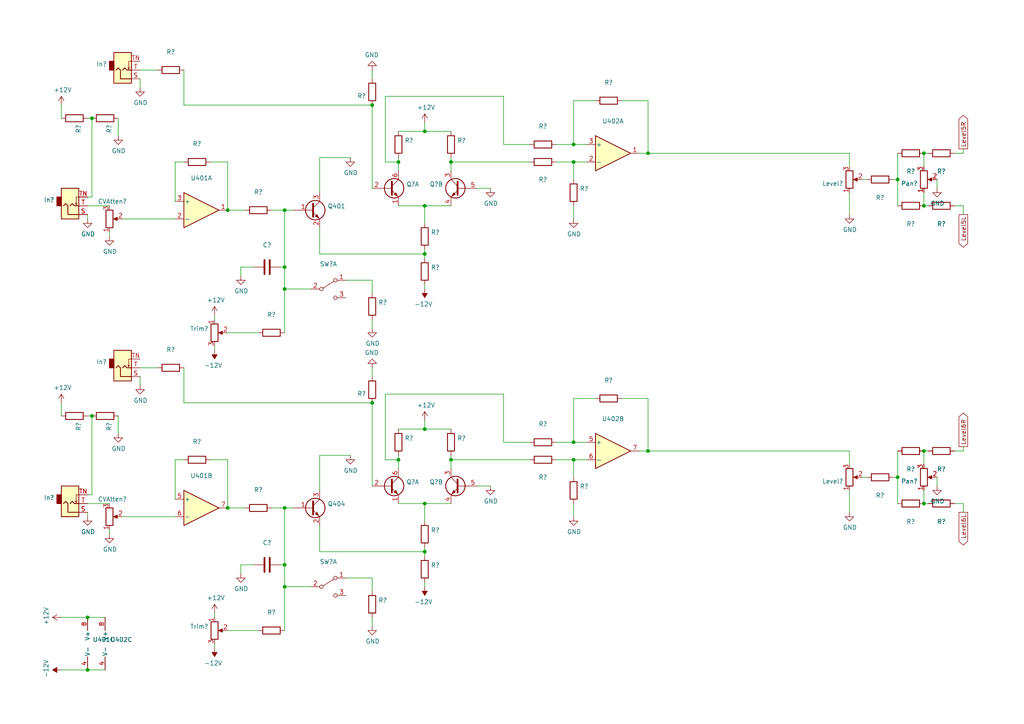
<source format=kicad_sch>
(kicad_sch (version 20211123) (generator eeschema)
  (paper "A4")
  (lib_symbols
    (symbol "Amplifier_Operational:TL072" (pin_names (offset 0.127))
      (property "Reference" "U" (at 0 5.08 0))
      (property "Value" "TL072" (at 0 -5.08 0))
      (symbol "TL072_1_1"
        (polyline (pts (xy -5.08 5.08) (xy 5.08 0) (xy -5.08 -5.08) (xy -5.08 5.08)) (stroke (width 0.254)) (fill (type background)))
        (pin output line (at 7.62 0 180) (length 2.54) (name "~") (number "1"))
        (pin input line (at -7.62 -2.54 0) (length 2.54) (name "-") (number "2"))
        (pin input line (at -7.62 2.54 0) (length 2.54) (name "+") (number "3"))
      )
      (symbol "TL072_2_1"
        (polyline (pts (xy -5.08 5.08) (xy 5.08 0) (xy -5.08 -5.08) (xy -5.08 5.08)) (stroke (width 0.254)) (fill (type background)))
        (pin input line (at -7.62 2.54 0) (length 2.54) (name "+") (number "5"))
        (pin input line (at -7.62 -2.54 0) (length 2.54) (name "-") (number "6"))
        (pin output line (at 7.62 0 180) (length 2.54) (name "~") (number "7"))
      )
      (symbol "TL072_3_1"
        (pin power_in line (at -2.54 -7.62 90) (length 3.81) (name "V-") (number "4"))
        (pin power_in line (at -2.54 7.62 270) (length 3.81) (name "V+") (number "8"))
      )
    )
    (symbol "Connector:AudioJack2_SwitchT"
      (property "Reference" "J" (at 0 8.89 0))
      (property "Value" "AudioJack2_SwitchT" (at 0 6.35 0))
      (symbol "AudioJack2_SwitchT_0_1"
        (rectangle (start -2.54 0) (end -3.81 -2.54) (stroke (width 0.254)) (fill (type outline)))
        (polyline (pts (xy 1.778 -0.254) (xy 2.032 -0.762)))
        (polyline (pts (xy 0 0) (xy 0.635 -0.635) (xy 1.27 0) (xy 2.54 0)) (stroke (width 0.254)))
        (polyline (pts (xy 2.54 -2.54) (xy 1.778 -2.54) (xy 1.778 -0.254) (xy 1.524 -0.762)))
        (polyline (pts (xy 2.54 2.54) (xy -0.635 2.54) (xy -0.635 0) (xy -1.27 -0.635) (xy -1.905 0)) (stroke (width 0.254)))
        (rectangle (start 2.54 3.81) (end -2.54 -5.08) (stroke (width 0.254)) (fill (type background)))
      )
      (symbol "AudioJack2_SwitchT_1_1"
        (pin passive line (at 5.08 2.54 180) (length 2.54) (name "~") (number "S"))
        (pin passive line (at 5.08 0 180) (length 2.54) (name "~") (number "T"))
        (pin passive line (at 5.08 -2.54 180) (length 2.54) (name "~") (number "TN"))
      )
    )
    (symbol "Device:C" (pin_numbers hide) (pin_names (offset 0.254))
      (property "Reference" "C" (at 0.635 2.54 0))
      (property "Value" "C" (at 0.635 -2.54 0))
      (symbol "C_0_1"
        (polyline (pts (xy -2.032 -0.762) (xy 2.032 -0.762)) (stroke (width 0.508)))
        (polyline (pts (xy -2.032 0.762) (xy 2.032 0.762)) (stroke (width 0.508)))
      )
      (symbol "C_1_1"
        (pin passive line (at 0 3.81 270) (length 2.794) (name "~") (number "1"))
        (pin passive line (at 0 -3.81 90) (length 2.794) (name "~") (number "2"))
      )
    )
    (symbol "Device:R" (pin_numbers hide) (pin_names (offset 0))
      (property "Reference" "R" (at 2.032 0 90))
      (property "Value" "R" (at 0 0 90))
      (symbol "R_0_1"
        (rectangle (start -1.016 -2.54) (end 1.016 2.54) (stroke (width 0.254)))
      )
      (symbol "R_1_1"
        (pin passive line (at 0 3.81 270) (length 1.27) (name "~") (number "1"))
        (pin passive line (at 0 -3.81 90) (length 1.27) (name "~") (number "2"))
      )
    )
    (symbol "Switch:SW_DPDT_x2" (pin_names (offset 0) hide)
      (property "Reference" "SW" (at 0 4.318 0))
      (property "Value" "SW_DPDT_x2" (at 0 -5.08 0))
      (symbol "SW_DPDT_x2_0_0"
        (circle (center -2.032 0) (radius 0.508))
        (circle (center 2.032 -2.54) (radius 0.508))
      )
      (symbol "SW_DPDT_x2_0_1"
        (polyline (pts (xy -1.524 0.254) (xy 1.651 2.286)))
        (circle (center 2.032 2.54) (radius 0.508))
      )
      (symbol "SW_DPDT_x2_1_1"
        (pin passive line (at 5.08 2.54 180) (length 2.54) (name "A") (number "1"))
        (pin passive line (at -5.08 0 0) (length 2.54) (name "B") (number "2"))
        (pin passive line (at 5.08 -2.54 180) (length 2.54) (name "C") (number "3"))
      )
      (symbol "SW_DPDT_x2_2_1"
        (pin passive line (at 5.08 2.54 180) (length 2.54) (name "A") (number "4"))
        (pin passive line (at -5.08 0 0) (length 2.54) (name "B") (number "5"))
        (pin passive line (at 5.08 -2.54 180) (length 2.54) (name "C") (number "6"))
      )
    )
    (symbol "Transistor_BJT:MBT3904DW1" (pin_names (offset 0) hide)
      (property "Reference" "Q" (at 5.08 1.27 0))
      (property "Value" "MBT3904DW1" (at 5.08 -1.27 0))
      (symbol "MBT3904DW1_0_1"
        (polyline (pts (xy 0.635 0) (xy -2.54 0)))
        (polyline (pts (xy 0.635 0.635) (xy 2.54 2.54)))
        (polyline (pts (xy 0.635 -0.635) (xy 2.54 -2.54) (xy 2.54 -2.54)))
        (polyline (pts (xy 0.635 1.905) (xy 0.635 -1.905) (xy 0.635 -1.905)) (stroke (width 0.508)))
        (polyline (pts (xy 1.27 -1.778) (xy 1.778 -1.27) (xy 2.286 -2.286) (xy 1.27 -1.778) (xy 1.27 -1.778)) (fill (type outline)))
        (circle (center 1.27 0) (radius 2.8194) (stroke (width 0.254)))
      )
      (symbol "MBT3904DW1_1_1"
        (pin passive line (at 2.54 -5.08 90) (length 2.54) (name "E1") (number "1"))
        (pin input line (at -5.08 0 0) (length 2.54) (name "B1") (number "2"))
        (pin passive line (at 2.54 5.08 270) (length 2.54) (name "C1") (number "6"))
      )
      (symbol "MBT3904DW1_2_1"
        (pin passive line (at 2.54 5.08 270) (length 2.54) (name "C2") (number "3"))
        (pin passive line (at 2.54 -5.08 90) (length 2.54) (name "E2") (number "4"))
        (pin input line (at -5.08 0 0) (length 2.54) (name "B2") (number "5"))
      )
    )
    (symbol "Transistor_BJT:MMBT3904" (pin_names (offset 0) hide)
      (property "Reference" "Q" (at 5.08 1.905 0))
      (property "Value" "MMBT3904" (at 5.08 0 0))
      (symbol "MMBT3904_0_1"
        (polyline (pts (xy 0.635 0.635) (xy 2.54 2.54)))
        (polyline (pts (xy 0.635 -0.635) (xy 2.54 -2.54) (xy 2.54 -2.54)))
        (polyline (pts (xy 0.635 1.905) (xy 0.635 -1.905) (xy 0.635 -1.905)) (stroke (width 0.508)))
        (polyline (pts (xy 1.27 -1.778) (xy 1.778 -1.27) (xy 2.286 -2.286) (xy 1.27 -1.778) (xy 1.27 -1.778)) (fill (type outline)))
        (circle (center 1.27 0) (radius 2.8194) (stroke (width 0.254)))
      )
      (symbol "MMBT3904_1_1"
        (pin input line (at -5.08 0 0) (length 5.715) (name "B") (number "1"))
        (pin passive line (at 2.54 -5.08 90) (length 2.54) (name "E") (number "2"))
        (pin passive line (at 2.54 5.08 270) (length 2.54) (name "C") (number "3"))
      )
    )
    (symbol "kassuVCA-rescue:R_POT-Device" (pin_names (offset 1.016) hide)
      (property "Reference" "RV" (at -4.445 0 90))
      (property "Value" "R_POT-Device" (at -2.54 0 90))
      (symbol "R_POT-Device_0_1"
        (polyline (pts (xy 2.54 0) (xy 1.524 0)))
        (polyline (pts (xy 1.143 0) (xy 2.286 0.508) (xy 2.286 -0.508) (xy 1.143 0)) (fill (type outline)))
        (rectangle (start 1.016 2.54) (end -1.016 -2.54) (stroke (width 0.254)))
      )
      (symbol "R_POT-Device_1_1"
        (pin passive line (at 0 3.81 270) (length 1.27) (name "1") (number "1"))
        (pin passive line (at 3.81 0 180) (length 1.27) (name "2") (number "2"))
        (pin passive line (at 0 -3.81 90) (length 1.27) (name "3") (number "3"))
      )
    )
    (symbol "power:+12V" (power) (pin_names (offset 0))
      (property "Value" "+12V" (at 0 3.556 0))
      (symbol "+12V_0_1"
        (polyline (pts (xy -0.762 1.27) (xy 0 2.54)))
        (polyline (pts (xy 0 0) (xy 0 2.54)))
        (polyline (pts (xy 0 2.54) (xy 0.762 1.27)))
      )
      (symbol "+12V_1_1"
        (pin power_in line (at 0 0 90) (length 0) hide (name "+12V") (number "1"))
      )
    )
    (symbol "power:-12V" (power) (pin_names (offset 0))
      (property "Value" "-12V" (at 0 3.81 0))
      (symbol "-12V_0_0"
        (pin power_in line (at 0 0 90) (length 0) hide (name "-12V") (number "1"))
      )
      (symbol "-12V_0_1"
        (polyline (pts (xy 0 0) (xy 0 1.27) (xy 0.762 1.27) (xy 0 2.54) (xy -0.762 1.27) (xy 0 1.27)) (fill (type outline)))
      )
    )
    (symbol "power:GND" (power) (pin_names (offset 0))
      (property "Value" "GND" (at 0 -3.81 0))
      (symbol "GND_0_1"
        (polyline (pts (xy 0 0) (xy 0 -1.27) (xy 1.27 -1.27) (xy 0 -2.54) (xy -1.27 -1.27) (xy 0 -1.27)))
      )
      (symbol "GND_1_1"
        (pin power_in line (at 0 0 270) (length 0) hide (name "GND") (number "1"))
      )
    )
  )
  (junction (at 260.35 52.07))
  (junction (at 25.4 194.31))
  (junction (at 123.19 146.05))
  (junction (at 66.04 147.32))
  (junction (at 82.55 77.47))
  (junction (at 115.57 133.35))
  (junction (at 115.57 46.99))
  (junction (at 82.55 170.18))
  (junction (at 82.55 147.32))
  (junction (at 166.37 46.99))
  (junction (at 123.19 59.69))
  (junction (at 107.95 116.84))
  (junction (at 82.55 60.96))
  (junction (at 166.37 128.27))
  (junction (at 123.19 73.66))
  (junction (at 26.67 120.65))
  (junction (at 260.35 138.43))
  (junction (at 26.67 34.29))
  (junction (at 130.81 46.99))
  (junction (at 82.55 163.83))
  (junction (at 267.97 59.69))
  (junction (at 25.4 179.07))
  (junction (at 123.19 160.02))
  (junction (at 267.97 146.05))
  (junction (at 187.96 44.45))
  (junction (at 130.81 133.35))
  (junction (at 267.97 130.81))
  (junction (at 82.55 83.82))
  (junction (at 166.37 41.91))
  (junction (at 66.04 60.96))
  (junction (at 123.19 124.46))
  (junction (at 166.37 133.35))
  (junction (at 107.95 30.48))
  (junction (at 187.96 130.81))
  (junction (at 123.19 38.1))
  (junction (at 267.97 44.45))
  (wire (pts (xy 138.43 140.97) (xy 142.24 140.97)))
  (wire (pts (xy 31.75 68.58) (xy 31.75 67.31)))
  (wire (pts (xy 40.64 25.4) (xy 40.64 22.86)))
  (wire (pts (xy 107.95 106.68) (xy 107.95 109.22)))
  (wire (pts (xy 78.74 60.96) (xy 82.55 60.96)))
  (wire (pts (xy 123.19 124.46) (xy 130.81 124.46)))
  (wire (pts (xy 123.19 121.92) (xy 123.19 124.46)))
  (wire (pts (xy 71.12 147.32) (xy 66.04 147.32)))
  (wire (pts (xy 82.55 77.47) (xy 82.55 60.96)))
  (wire (pts (xy 34.29 125.73) (xy 34.29 120.65)))
  (wire (pts (xy 166.37 63.5) (xy 166.37 59.69)))
  (wire (pts (xy 62.23 92.71) (xy 62.23 91.44)))
  (wire (pts (xy 115.57 146.05) (xy 123.19 146.05)))
  (wire (pts (xy 92.71 55.88) (xy 92.71 45.72)))
  (wire (pts (xy 107.95 116.84) (xy 107.95 140.97)))
  (wire (pts (xy 271.78 52.07) (xy 271.78 54.61)))
  (wire (pts (xy 26.67 143.51) (xy 25.4 143.51)))
  (wire (pts (xy 66.04 133.35) (xy 66.04 147.32)))
  (wire (pts (xy 26.67 120.65) (xy 26.67 143.51)))
  (wire (pts (xy 260.35 146.05) (xy 260.35 138.43)))
  (wire (pts (xy 166.37 29.21) (xy 166.37 41.91)))
  (wire (pts (xy 90.17 83.82) (xy 82.55 83.82)))
  (wire (pts (xy 172.72 115.57) (xy 166.37 115.57)))
  (wire (pts (xy 115.57 45.72) (xy 115.57 46.99)))
  (wire (pts (xy 260.35 59.69) (xy 260.35 52.07)))
  (wire (pts (xy 130.81 45.72) (xy 130.81 46.99)))
  (wire (pts (xy 82.55 83.82) (xy 82.55 96.52)))
  (wire (pts (xy 92.71 132.08) (xy 101.6 132.08)))
  (wire (pts (xy 50.8 133.35) (xy 53.34 133.35)))
  (wire (pts (xy 100.33 81.28) (xy 107.95 81.28)))
  (wire (pts (xy 92.71 160.02) (xy 123.19 160.02)))
  (wire (pts (xy 62.23 187.96) (xy 62.23 186.69)))
  (wire (pts (xy 115.57 124.46) (xy 123.19 124.46)))
  (wire (pts (xy 107.95 30.48) (xy 53.34 30.48)))
  (wire (pts (xy 161.29 133.35) (xy 166.37 133.35)))
  (wire (pts (xy 246.38 148.59) (xy 246.38 142.24)))
  (wire (pts (xy 25.4 148.59) (xy 25.4 149.86)))
  (wire (pts (xy 276.86 130.81) (xy 279.4 130.81)))
  (wire (pts (xy 279.4 146.05) (xy 276.86 146.05)))
  (wire (pts (xy 92.71 142.24) (xy 92.71 132.08)))
  (wire (pts (xy 107.95 95.25) (xy 107.95 92.71)))
  (wire (pts (xy 279.4 62.23) (xy 279.4 59.69)))
  (wire (pts (xy 269.24 146.05) (xy 267.97 146.05)))
  (wire (pts (xy 17.78 116.84) (xy 17.78 120.65)))
  (wire (pts (xy 50.8 144.78) (xy 50.8 133.35)))
  (wire (pts (xy 17.78 179.07) (xy 25.4 179.07)))
  (wire (pts (xy 267.97 44.45) (xy 267.97 48.26)))
  (wire (pts (xy 123.19 73.66) (xy 123.19 74.93)))
  (wire (pts (xy 187.96 44.45) (xy 185.42 44.45)))
  (wire (pts (xy 111.76 46.99) (xy 111.76 27.94)))
  (wire (pts (xy 92.71 73.66) (xy 123.19 73.66)))
  (wire (pts (xy 26.67 34.29) (xy 26.67 57.15)))
  (wire (pts (xy 187.96 130.81) (xy 246.38 130.81)))
  (wire (pts (xy 123.19 64.77) (xy 123.19 59.69)))
  (wire (pts (xy 161.29 46.99) (xy 166.37 46.99)))
  (wire (pts (xy 92.71 66.04) (xy 92.71 73.66)))
  (wire (pts (xy 66.04 96.52) (xy 74.93 96.52)))
  (wire (pts (xy 115.57 132.08) (xy 115.57 133.35)))
  (wire (pts (xy 17.78 194.31) (xy 25.4 194.31)))
  (wire (pts (xy 82.55 60.96) (xy 85.09 60.96)))
  (wire (pts (xy 111.76 27.94) (xy 146.05 27.94)))
  (wire (pts (xy 166.37 133.35) (xy 170.18 133.35)))
  (wire (pts (xy 90.17 170.18) (xy 82.55 170.18)))
  (wire (pts (xy 260.35 138.43) (xy 260.35 130.81)))
  (wire (pts (xy 146.05 128.27) (xy 153.67 128.27)))
  (wire (pts (xy 111.76 114.3) (xy 146.05 114.3)))
  (wire (pts (xy 279.4 59.69) (xy 276.86 59.69)))
  (wire (pts (xy 107.95 167.64) (xy 107.95 171.45)))
  (wire (pts (xy 279.4 130.81) (xy 279.4 129.54)))
  (wire (pts (xy 81.28 163.83) (xy 82.55 163.83)))
  (wire (pts (xy 92.71 152.4) (xy 92.71 160.02)))
  (wire (pts (xy 69.85 163.83) (xy 73.66 163.83)))
  (wire (pts (xy 166.37 41.91) (xy 170.18 41.91)))
  (wire (pts (xy 107.95 30.48) (xy 107.95 54.61)))
  (wire (pts (xy 267.97 130.81) (xy 267.97 134.62)))
  (wire (pts (xy 276.86 44.45) (xy 279.4 44.45)))
  (wire (pts (xy 107.95 81.28) (xy 107.95 85.09)))
  (wire (pts (xy 123.19 38.1) (xy 130.81 38.1)))
  (wire (pts (xy 267.97 142.24) (xy 267.97 146.05)))
  (wire (pts (xy 81.28 77.47) (xy 82.55 77.47)))
  (wire (pts (xy 166.37 52.07) (xy 166.37 46.99)))
  (wire (pts (xy 17.78 30.48) (xy 17.78 34.29)))
  (wire (pts (xy 123.19 35.56) (xy 123.19 38.1)))
  (wire (pts (xy 31.75 59.69) (xy 25.4 59.69)))
  (wire (pts (xy 166.37 46.99) (xy 170.18 46.99)))
  (wire (pts (xy 246.38 44.45) (xy 246.38 48.26)))
  (wire (pts (xy 60.96 46.99) (xy 66.04 46.99)))
  (wire (pts (xy 25.4 194.31) (xy 30.48 194.31)))
  (wire (pts (xy 78.74 147.32) (xy 82.55 147.32)))
  (wire (pts (xy 187.96 115.57) (xy 187.96 130.81)))
  (wire (pts (xy 269.24 59.69) (xy 267.97 59.69)))
  (wire (pts (xy 260.35 52.07) (xy 260.35 44.45)))
  (wire (pts (xy 271.78 138.43) (xy 271.78 140.97)))
  (wire (pts (xy 34.29 39.37) (xy 34.29 34.29)))
  (wire (pts (xy 123.19 72.39) (xy 123.19 73.66)))
  (wire (pts (xy 187.96 44.45) (xy 246.38 44.45)))
  (wire (pts (xy 146.05 41.91) (xy 153.67 41.91)))
  (wire (pts (xy 26.67 120.65) (xy 25.4 120.65)))
  (wire (pts (xy 146.05 114.3) (xy 146.05 128.27)))
  (wire (pts (xy 82.55 163.83) (xy 82.55 147.32)))
  (wire (pts (xy 260.35 52.07) (xy 259.08 52.07)))
  (wire (pts (xy 107.95 181.61) (xy 107.95 179.07)))
  (wire (pts (xy 146.05 27.94) (xy 146.05 41.91)))
  (wire (pts (xy 279.4 148.59) (xy 279.4 146.05)))
  (wire (pts (xy 123.19 160.02) (xy 123.19 161.29)))
  (wire (pts (xy 166.37 128.27) (xy 170.18 128.27)))
  (wire (pts (xy 161.29 128.27) (xy 166.37 128.27)))
  (wire (pts (xy 69.85 166.37) (xy 69.85 163.83)))
  (wire (pts (xy 130.81 46.99) (xy 153.67 46.99)))
  (wire (pts (xy 82.55 77.47) (xy 82.55 83.82)))
  (wire (pts (xy 187.96 29.21) (xy 187.96 44.45)))
  (wire (pts (xy 53.34 116.84) (xy 53.34 106.68)))
  (wire (pts (xy 130.81 132.08) (xy 130.81 133.35)))
  (wire (pts (xy 92.71 45.72) (xy 101.6 45.72)))
  (wire (pts (xy 82.55 170.18) (xy 82.55 182.88)))
  (wire (pts (xy 62.23 179.07) (xy 62.23 177.8)))
  (wire (pts (xy 123.19 59.69) (xy 130.81 59.69)))
  (wire (pts (xy 251.46 52.07) (xy 250.19 52.07)))
  (wire (pts (xy 138.43 54.61) (xy 142.24 54.61)))
  (wire (pts (xy 166.37 149.86) (xy 166.37 146.05)))
  (wire (pts (xy 82.55 163.83) (xy 82.55 170.18)))
  (wire (pts (xy 26.67 57.15) (xy 25.4 57.15)))
  (wire (pts (xy 246.38 62.23) (xy 246.38 55.88)))
  (wire (pts (xy 269.24 44.45) (xy 267.97 44.45)))
  (wire (pts (xy 35.56 149.86) (xy 50.8 149.86)))
  (wire (pts (xy 66.04 182.88) (xy 74.93 182.88)))
  (wire (pts (xy 267.97 55.88) (xy 267.97 59.69)))
  (wire (pts (xy 187.96 130.81) (xy 185.42 130.81)))
  (wire (pts (xy 50.8 58.42) (xy 50.8 46.99)))
  (wire (pts (xy 107.95 20.32) (xy 107.95 22.86)))
  (wire (pts (xy 100.33 167.64) (xy 107.95 167.64)))
  (wire (pts (xy 115.57 133.35) (xy 115.57 135.89)))
  (wire (pts (xy 130.81 133.35) (xy 153.67 133.35)))
  (wire (pts (xy 50.8 46.99) (xy 53.34 46.99)))
  (wire (pts (xy 111.76 133.35) (xy 111.76 114.3)))
  (wire (pts (xy 25.4 62.23) (xy 25.4 63.5)))
  (wire (pts (xy 69.85 80.01) (xy 69.85 77.47)))
  (wire (pts (xy 161.29 41.91) (xy 166.37 41.91)))
  (wire (pts (xy 107.95 116.84) (xy 53.34 116.84)))
  (wire (pts (xy 123.19 146.05) (xy 130.81 146.05)))
  (wire (pts (xy 53.34 30.48) (xy 53.34 20.32)))
  (wire (pts (xy 172.72 29.21) (xy 166.37 29.21)))
  (wire (pts (xy 82.55 147.32) (xy 85.09 147.32)))
  (wire (pts (xy 31.75 146.05) (xy 25.4 146.05)))
  (wire (pts (xy 166.37 115.57) (xy 166.37 128.27)))
  (wire (pts (xy 115.57 46.99) (xy 115.57 49.53)))
  (wire (pts (xy 66.04 46.99) (xy 66.04 60.96)))
  (wire (pts (xy 260.35 138.43) (xy 259.08 138.43)))
  (wire (pts (xy 60.96 133.35) (xy 66.04 133.35)))
  (wire (pts (xy 279.4 44.45) (xy 279.4 43.18)))
  (wire (pts (xy 123.19 158.75) (xy 123.19 160.02)))
  (wire (pts (xy 123.19 83.82) (xy 123.19 82.55)))
  (wire (pts (xy 71.12 60.96) (xy 66.04 60.96)))
  (wire (pts (xy 123.19 170.18) (xy 123.19 168.91)))
  (wire (pts (xy 130.81 46.99) (xy 130.81 49.53)))
  (wire (pts (xy 115.57 59.69) (xy 123.19 59.69)))
  (wire (pts (xy 62.23 101.6) (xy 62.23 100.33)))
  (wire (pts (xy 123.19 151.13) (xy 123.19 146.05)))
  (wire (pts (xy 35.56 63.5) (xy 50.8 63.5)))
  (wire (pts (xy 180.34 29.21) (xy 187.96 29.21)))
  (wire (pts (xy 115.57 38.1) (xy 123.19 38.1)))
  (wire (pts (xy 115.57 46.99) (xy 111.76 46.99)))
  (wire (pts (xy 251.46 138.43) (xy 250.19 138.43)))
  (wire (pts (xy 246.38 130.81) (xy 246.38 134.62)))
  (wire (pts (xy 115.57 133.35) (xy 111.76 133.35)))
  (wire (pts (xy 26.67 34.29) (xy 25.4 34.29)))
  (wire (pts (xy 25.4 179.07) (xy 30.48 179.07)))
  (wire (pts (xy 40.64 20.32) (xy 45.72 20.32)))
  (wire (pts (xy 166.37 138.43) (xy 166.37 133.35)))
  (wire (pts (xy 40.64 106.68) (xy 45.72 106.68)))
  (wire (pts (xy 180.34 115.57) (xy 187.96 115.57)))
  (wire (pts (xy 31.75 154.94) (xy 31.75 153.67)))
  (wire (pts (xy 130.81 133.35) (xy 130.81 135.89)))
  (wire (pts (xy 40.64 111.76) (xy 40.64 109.22)))
  (wire (pts (xy 69.85 77.47) (xy 73.66 77.47)))
  (wire (pts (xy 269.24 130.81) (xy 267.97 130.81)))
  (global_label "Level6R" (shape output) (at 279.4 129.54 90) (property "Intersheet References" "${INTERSHEET_REFS}" (effects hide)))
  (global_label "Level5L" (shape output) (at 279.4 62.23 270) (property "Intersheet References" "${INTERSHEET_REFS}" (effects hide)))
  (global_label "Level6L" (shape output) (at 279.4 148.59 270) (property "Intersheet References" "${INTERSHEET_REFS}" (effects hide)))
  (global_label "Level5R" (shape output) (at 279.4 43.18 90) (property "Intersheet References" "${INTERSHEET_REFS}" (effects hide)))
  (symbol (lib_id "Device:R") (at 130.81 41.91 0) (unit 1)
    (property "Reference" "R?" (at 132.588 40.7416 0) (effects (justify left)))
  )
  (symbol (lib_id "Device:R") (at 176.53 29.21 270) (unit 1)
    (property "Reference" "R?" (at 176.53 23.9522 90))
  )
  (symbol (lib_id "power:GND") (at 101.6 45.72 0) (unit 1)
    (property "Reference" "#PWR?" (effects hide))
  )
  (symbol (lib_id "power:-12V") (at 123.19 83.82 180) (unit 1)
    (property "Reference" "#PWR?" (effects hide))
  )
  (symbol (lib_id "Device:R") (at 78.74 96.52 270) (unit 1)
    (property "Reference" "R?" (at 78.74 91.2622 90))
  )
  (symbol (lib_id "power:+12V") (at 62.23 91.44 0) (unit 1)
    (property "Reference" "#PWR?" (effects hide))
  )
  (symbol (lib_id "Switch:SW_DPDT_x2") (at 95.25 83.82 0) (unit 1)
    (property "Reference" "SW?" (at 95.25 76.581 0))
  )
  (symbol (lib_id "Device:R") (at 123.19 68.58 0) (unit 1)
    (property "Reference" "R?" (at 124.968 67.4116 0) (effects (justify left)))
  )
  (symbol (lib_id "power:GND") (at 25.4 63.5 0) (unit 1)
    (property "Reference" "#PWR?" (effects hide))
  )
  (symbol (lib_id "Device:R") (at 273.05 44.45 90) (unit 1)
    (property "Reference" "R?" (at 273.05 49.7078 90))
  )
  (symbol (lib_id "Device:R") (at 115.57 128.27 0) (unit 1)
    (property "Reference" "R?" (at 117.348 127.1016 0) (effects (justify left)))
  )
  (symbol (lib_id "Device:R") (at 49.53 106.68 270) (unit 1)
    (property "Reference" "R?" (at 49.53 101.4222 90))
  )
  (symbol (lib_id "Connector:AudioJack2_SwitchT") (at 35.56 106.68 0) (mirror x) (unit 1)
    (property "Reference" "In?" (at 31.0134 104.9782 0) (effects (justify right)))
  )
  (symbol (lib_id "Device:R") (at 57.15 133.35 270) (unit 1)
    (property "Reference" "R?" (at 57.15 128.0922 90))
  )
  (symbol (lib_id "Device:R") (at 74.93 147.32 270) (unit 1)
    (property "Reference" "R?" (at 74.93 142.0622 90))
  )
  (symbol (lib_id "power:GND") (at 69.85 166.37 0) (unit 1)
    (property "Reference" "#PWR?" (effects hide))
  )
  (symbol (lib_id "Device:R") (at 107.95 175.26 180) (unit 1)
    (property "Reference" "R?" (at 109.728 174.0916 0) (effects (justify right)))
  )
  (symbol (lib_id "Device:R") (at 255.27 138.43 90) (unit 1)
    (property "Reference" "R?" (at 255.27 143.6878 90))
  )
  (symbol (lib_id "kassuVCA-rescue:R_POT-Device") (at 267.97 138.43 0) (mirror x) (unit 1)
    (property "Reference" "Pan?" (at 266.2174 139.5984 0) (effects (justify right)))
  )
  (symbol (lib_id "Device:R") (at 157.48 41.91 270) (unit 1)
    (property "Reference" "R?" (at 157.48 36.6522 90))
  )
  (symbol (lib_id "Device:R") (at 157.48 46.99 270) (unit 1)
    (property "Reference" "R?" (at 157.48 52.07 90))
  )
  (symbol (lib_id "power:GND") (at 31.75 68.58 0) (unit 1)
    (property "Reference" "#PWR?" (effects hide))
  )
  (symbol (lib_id "Device:R") (at 49.53 20.32 270) (unit 1)
    (property "Reference" "R?" (at 49.53 15.0622 90))
  )
  (symbol (lib_id "power:GND") (at 107.95 95.25 0) (unit 1)
    (property "Reference" "#PWR?" (effects hide))
  )
  (symbol (lib_id "Device:R") (at 255.27 52.07 90) (unit 1)
    (property "Reference" "R?" (at 255.27 57.3278 90))
  )
  (symbol (lib_id "power:GND") (at 271.78 54.61 0) (unit 1)
    (property "Reference" "#PWR?" (effects hide))
  )
  (symbol (lib_id "Device:R") (at 264.16 44.45 90) (unit 1)
    (property "Reference" "R?" (at 264.16 49.7078 90))
  )
  (symbol (lib_id "Device:R") (at 273.05 59.69 90) (unit 1)
    (property "Reference" "R?" (at 273.05 64.9478 90))
  )
  (symbol (lib_id "power:GND") (at 40.64 111.76 0) (unit 1)
    (property "Reference" "#PWR?" (effects hide))
  )
  (symbol (lib_id "Device:R") (at 176.53 115.57 270) (unit 1)
    (property "Reference" "R?" (at 176.53 110.3122 90))
  )
  (symbol (lib_id "Device:R") (at 166.37 142.24 180) (unit 1)
    (property "Reference" "R?" (at 168.148 141.0716 0) (effects (justify right)))
  )
  (symbol (lib_id "power:GND") (at 166.37 149.86 0) (unit 1)
    (property "Reference" "#PWR?" (effects hide))
  )
  (symbol (lib_id "power:GND") (at 101.6 132.08 0) (unit 1)
    (property "Reference" "#PWR?" (effects hide))
  )
  (symbol (lib_id "Device:R") (at 78.74 182.88 270) (unit 1)
    (property "Reference" "R?" (at 78.74 177.6222 90))
  )
  (symbol (lib_id "power:+12V") (at 62.23 177.8 0) (unit 1)
    (property "Reference" "#PWR?" (effects hide))
  )
  (symbol (lib_id "power:-12V") (at 62.23 187.96 180) (unit 1)
    (property "Reference" "#PWR?" (effects hide))
  )
  (symbol (lib_id "Transistor_BJT:MBT3904DW1") (at 113.03 140.97 0) (unit 1)
    (property "Reference" "Q?" (at 117.856 139.8016 0) (effects (justify left)))
    (property "Datasheet" "http://www.onsemi.com/pub_link/Collateral/MBT3904DW1T1-D.PDF" (effects hide))
  )
  (symbol (lib_id "kassuVCA-rescue:R_POT-Device") (at 246.38 138.43 0) (mirror x) (unit 1)
    (property "Reference" "Level?" (at 244.6274 139.5984 0) (effects (justify right)))
  )
  (symbol (lib_id "power:GND") (at 246.38 148.59 0) (unit 1)
    (property "Reference" "#PWR?" (effects hide))
  )
  (symbol (lib_id "power:GND") (at 271.78 140.97 0) (unit 1)
    (property "Reference" "#PWR?" (effects hide))
  )
  (symbol (lib_id "Device:R") (at 264.16 146.05 90) (unit 1)
    (property "Reference" "R?" (at 264.16 151.3078 90))
  )
  (symbol (lib_id "Device:R") (at 264.16 130.81 90) (unit 1)
    (property "Reference" "R?" (at 264.16 136.0678 90))
  )
  (symbol (lib_id "Device:R") (at 273.05 130.81 90) (unit 1)
    (property "Reference" "R?" (at 273.05 136.0678 90))
  )
  (symbol (lib_id "Amplifier_Operational:TL072") (at 177.8 130.81 0) (unit 2)
    (property "Reference" "U402" (at 177.8 121.4882 0))
    (property "Datasheet" "http://www.ti.com/lit/ds/symlink/tl071.pdf" (effects hide))
  )
  (symbol (lib_id "Amplifier_Operational:TL072") (at 27.94 186.69 0) (unit 3)
    (property "Reference" "U401" (at 26.8732 185.5216 0) (effects (justify left)))
    (property "Datasheet" "http://www.ti.com/lit/ds/symlink/tl071.pdf" (effects hide))
  )
  (symbol (lib_id "power:+12V") (at 17.78 179.07 90) (unit 1)
    (property "Reference" "#PWR?" (effects hide))
  )
  (symbol (lib_id "power:GND") (at 40.64 25.4 0) (unit 1)
    (property "Reference" "#PWR?" (effects hide))
  )
  (symbol (lib_id "Device:R") (at 166.37 55.88 180) (unit 1)
    (property "Reference" "R?" (at 168.148 54.7116 0) (effects (justify right)))
  )
  (symbol (lib_id "power:-12V") (at 62.23 101.6 180) (unit 1)
    (property "Reference" "#PWR?" (effects hide))
  )
  (symbol (lib_id "kassuVCA-rescue:R_POT-Device") (at 31.75 63.5 0) (mirror x) (unit 1)
    (property "Reference" "CVAtten?" (at 36.83 58.42 0) (effects (justify right)))
  )
  (symbol (lib_id "power:GND") (at 34.29 39.37 0) (unit 1)
    (property "Reference" "#PWR?" (effects hide))
  )
  (symbol (lib_id "Device:R") (at 107.95 26.67 0) (unit 1)
    (property "Reference" "R?" (at 106.172 27.8384 0) (effects (justify right)))
  )
  (symbol (lib_id "power:+12V") (at 123.19 35.56 0) (unit 1)
    (property "Reference" "#PWR?" (effects hide))
  )
  (symbol (lib_id "power:GND") (at 142.24 54.61 0) (unit 1)
    (property "Reference" "#PWR?" (effects hide))
  )
  (symbol (lib_id "power:GND") (at 166.37 63.5 0) (unit 1)
    (property "Reference" "#PWR?" (effects hide))
  )
  (symbol (lib_id "Device:R") (at 123.19 78.74 180) (unit 1)
    (property "Reference" "R?" (at 124.968 77.5716 0) (effects (justify right)))
  )
  (symbol (lib_id "Transistor_BJT:MBT3904DW1") (at 113.03 54.61 0) (unit 1)
    (property "Reference" "Q?" (at 117.856 53.4416 0) (effects (justify left)))
    (property "Datasheet" "http://www.onsemi.com/pub_link/Collateral/MBT3904DW1T1-D.PDF" (effects hide))
  )
  (symbol (lib_id "Transistor_BJT:MBT3904DW1") (at 133.35 54.61 0) (mirror y) (unit 2)
    (property "Reference" "Q?" (at 128.4986 53.4416 0) (effects (justify left)))
    (property "Datasheet" "http://www.onsemi.com/pub_link/Collateral/MBT3904DW1T1-D.PDF" (effects hide))
  )
  (symbol (lib_id "Device:C") (at 77.47 77.47 270) (unit 1)
    (property "Reference" "C?" (at 77.47 71.0692 90))
  )
  (symbol (lib_id "power:GND") (at 69.85 80.01 0) (unit 1)
    (property "Reference" "#PWR?" (effects hide))
  )
  (symbol (lib_id "Device:R") (at 107.95 88.9 180) (unit 1)
    (property "Reference" "R?" (at 109.728 87.7316 0) (effects (justify right)))
  )
  (symbol (lib_id "power:GND") (at 246.38 62.23 0) (unit 1)
    (property "Reference" "#PWR?" (effects hide))
  )
  (symbol (lib_id "Device:R") (at 57.15 46.99 270) (unit 1)
    (property "Reference" "R?" (at 57.15 41.7322 90))
  )
  (symbol (lib_id "kassuVCA-rescue:R_POT-Device") (at 267.97 52.07 0) (mirror x) (unit 1)
    (property "Reference" "Pan?" (at 266.2174 53.2384 0) (effects (justify right)))
  )
  (symbol (lib_id "Device:R") (at 264.16 59.69 90) (unit 1)
    (property "Reference" "R?" (at 264.16 64.9478 90))
  )
  (symbol (lib_id "kassuVCA-rescue:R_POT-Device") (at 62.23 182.88 0) (unit 1)
    (property "Reference" "Trim?" (at 60.4774 181.7116 0) (effects (justify right)))
  )
  (symbol (lib_id "power:GND") (at 142.24 140.97 0) (unit 1)
    (property "Reference" "#PWR?" (effects hide))
  )
  (symbol (lib_id "Device:R") (at 157.48 128.27 270) (unit 1)
    (property "Reference" "R?" (at 157.48 123.0122 90))
  )
  (symbol (lib_id "Device:R") (at 157.48 133.35 270) (unit 1)
    (property "Reference" "R?" (at 157.48 138.43 90))
  )
  (symbol (lib_id "power:GND") (at 107.95 106.68 180) (unit 1)
    (property "Reference" "#PWR?" (effects hide))
  )
  (symbol (lib_id "Transistor_BJT:MBT3904DW1") (at 133.35 140.97 0) (mirror y) (unit 2)
    (property "Reference" "Q?" (at 128.4986 139.8016 0) (effects (justify left)))
    (property "Datasheet" "http://www.onsemi.com/pub_link/Collateral/MBT3904DW1T1-D.PDF" (effects hide))
  )
  (symbol (lib_id "Device:R") (at 21.59 120.65 90) (unit 1)
    (property "Reference" "R?" (at 22.7584 122.428 0) (effects (justify right)))
  )
  (symbol (lib_id "Device:R") (at 30.48 120.65 90) (unit 1)
    (property "Reference" "R?" (at 31.6484 122.428 0) (effects (justify right)))
  )
  (symbol (lib_id "power:GND") (at 34.29 125.73 0) (unit 1)
    (property "Reference" "#PWR?" (effects hide))
  )
  (symbol (lib_id "Device:C") (at 77.47 163.83 270) (unit 1)
    (property "Reference" "C?" (at 77.47 157.4292 90))
  )
  (symbol (lib_id "power:GND") (at 107.95 181.61 0) (unit 1)
    (property "Reference" "#PWR?" (effects hide))
  )
  (symbol (lib_id "kassuVCA-rescue:R_POT-Device") (at 62.23 96.52 0) (unit 1)
    (property "Reference" "Trim?" (at 60.4774 95.3516 0) (effects (justify right)))
  )
  (symbol (lib_id "power:GND") (at 107.95 20.32 180) (unit 1)
    (property "Reference" "#PWR?" (effects hide))
  )
  (symbol (lib_id "Connector:AudioJack2_SwitchT") (at 35.56 20.32 0) (mirror x) (unit 1)
    (property "Reference" "In?" (at 31.0134 18.6182 0) (effects (justify right)))
  )
  (symbol (lib_id "Device:R") (at 74.93 60.96 270) (unit 1)
    (property "Reference" "R?" (at 74.93 55.7022 90))
  )
  (symbol (lib_id "Device:R") (at 21.59 34.29 90) (unit 1)
    (property "Reference" "R?" (at 22.7584 36.068 0) (effects (justify right)))
  )
  (symbol (lib_id "Device:R") (at 30.48 34.29 90) (unit 1)
    (property "Reference" "R?" (at 31.6484 36.068 0) (effects (justify right)))
  )
  (symbol (lib_id "Device:R") (at 115.57 41.91 0) (unit 1)
    (property "Reference" "R?" (at 117.348 40.7416 0) (effects (justify left)))
  )
  (symbol (lib_id "power:+12V") (at 17.78 30.48 0) (unit 1)
    (property "Reference" "#PWR?" (effects hide))
  )
  (symbol (lib_id "Connector:AudioJack2_SwitchT") (at 20.32 59.69 0) (mirror x) (unit 1)
    (property "Reference" "In?" (at 15.7734 57.9882 0) (effects (justify right)))
  )
  (symbol (lib_id "kassuVCA-rescue:R_POT-Device") (at 246.38 52.07 0) (mirror x) (unit 1)
    (property "Reference" "Level?" (at 244.6274 53.2384 0) (effects (justify right)))
  )
  (symbol (lib_id "Device:R") (at 130.81 128.27 0) (unit 1)
    (property "Reference" "R?" (at 132.588 127.1016 0) (effects (justify left)))
  )
  (symbol (lib_id "Device:R") (at 123.19 154.94 0) (unit 1)
    (property "Reference" "R?" (at 124.968 153.7716 0) (effects (justify left)))
  )
  (symbol (lib_id "Device:R") (at 107.95 113.03 0) (unit 1)
    (property "Reference" "R?" (at 106.172 114.1984 0) (effects (justify right)))
  )
  (symbol (lib_id "power:+12V") (at 123.19 121.92 0) (unit 1)
    (property "Reference" "#PWR?" (effects hide))
  )
  (symbol (lib_id "Device:R") (at 123.19 165.1 180) (unit 1)
    (property "Reference" "R?" (at 124.968 163.9316 0) (effects (justify right)))
  )
  (symbol (lib_id "power:-12V") (at 123.19 170.18 180) (unit 1)
    (property "Reference" "#PWR?" (effects hide))
  )
  (symbol (lib_id "Connector:AudioJack2_SwitchT") (at 20.32 146.05 0) (mirror x) (unit 1)
    (property "Reference" "In?" (at 15.7734 144.3482 0) (effects (justify right)))
  )
  (symbol (lib_id "power:GND") (at 25.4 149.86 0) (unit 1)
    (property "Reference" "#PWR?" (effects hide))
  )
  (symbol (lib_id "kassuVCA-rescue:R_POT-Device") (at 31.75 149.86 0) (mirror x) (unit 1)
    (property "Reference" "CVAtten?" (at 36.83 144.78 0) (effects (justify right)))
  )
  (symbol (lib_id "power:GND") (at 31.75 154.94 0) (unit 1)
    (property "Reference" "#PWR?" (effects hide))
  )
  (symbol (lib_id "power:+12V") (at 17.78 116.84 0) (unit 1)
    (property "Reference" "#PWR?" (effects hide))
  )
  (symbol (lib_id "Switch:SW_DPDT_x2") (at 95.25 170.18 0) (unit 1)
    (property "Reference" "SW?" (at 95.25 162.941 0))
  )
  (symbol (lib_id "Device:R") (at 273.05 146.05 90) (unit 1)
    (property "Reference" "R?" (at 273.05 151.3078 90))
  )
  (symbol (lib_id "Transistor_BJT:MMBT3904") (at 90.17 147.32 0) (unit 1)
    (property "Reference" "Q404" (at 95.0214 146.1516 0) (effects (justify left)))
    (property "Datasheet" "https://www.onsemi.com/pub/Collateral/2N3903-D.PDF" (effects hide))
  )
  (symbol (lib_id "Amplifier_Operational:TL072") (at 58.42 60.96 0) (unit 1)
    (property "Reference" "U401" (at 58.42 51.6382 0))
    (property "Datasheet" "http://www.ti.com/lit/ds/symlink/tl071.pdf" (effects hide))
  )
  (symbol (lib_id "Transistor_BJT:MMBT3904") (at 90.17 60.96 0) (unit 1)
    (property "Reference" "Q401" (at 95.0214 59.7916 0) (effects (justify left)))
    (property "Datasheet" "https://www.onsemi.com/pub/Collateral/2N3903-D.PDF" (effects hide))
  )
  (symbol (lib_id "Amplifier_Operational:TL072") (at 58.42 147.32 0) (unit 2)
    (property "Reference" "U401" (at 58.42 137.9982 0))
    (property "Datasheet" "http://www.ti.com/lit/ds/symlink/tl071.pdf" (effects hide))
  )
  (symbol (lib_id "Amplifier_Operational:TL072") (at 33.02 186.69 0) (unit 3)
    (property "Reference" "U402" (at 31.9532 185.5216 0) (effects (justify left)))
    (property "Datasheet" "http://www.ti.com/lit/ds/symlink/tl071.pdf" (effects hide))
  )
  (symbol (lib_id "power:-12V") (at 17.78 194.31 90) (unit 1)
    (property "Reference" "#PWR?" (effects hide))
  )
  (symbol (lib_id "Amplifier_Operational:TL072") (at 177.8 44.45 0) (unit 1)
    (property "Reference" "U402" (at 177.8 35.1282 0))
    (property "Datasheet" "http://www.ti.com/lit/ds/symlink/tl071.pdf" (effects hide))
  )
)
</source>
